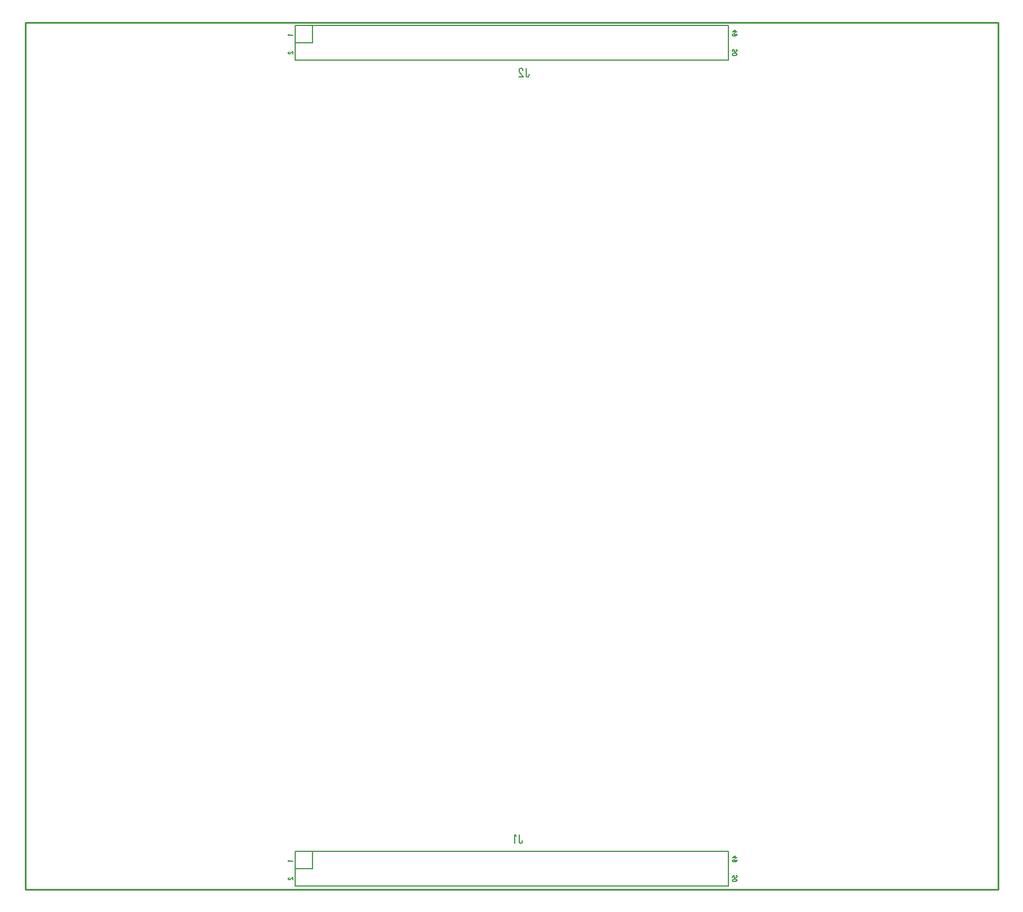
<source format=gbr>
*
*
G04 PADS Layout (Build Number 2005.266.2) generated Gerber (RS-274-X) file*
G04 PC Version=2.1*
*
%IN "module_AtoD2016_1031.pc"*%
*
%MOMM*%
*
%FSLAX35Y35*%
*
*
*
*
G04 PC Standard Apertures*
*
*
G04 Thermal Relief Aperture macro.*
%AMTER*
1,1,$1,0,0*
1,0,$1-$2,0,0*
21,0,$3,$4,0,0,45*
21,0,$3,$4,0,0,135*
%
*
*
G04 Annular Aperture macro.*
%AMANN*
1,1,$1,0,0*
1,0,$2,0,0*
%
*
*
G04 Odd Aperture macro.*
%AMODD*
1,1,$1,0,0*
1,0,$1-0.005,0,0*
%
*
*
G04 PC Custom Aperture Macros*
*
*
*
*
*
*
G04 PC Aperture Table*
*
%ADD012C,0.1524*%
%ADD058C,0.254*%
*
*
*
*
G04 PC Custom Flashes*
G04 Layer Name module_AtoD2016_1031.pc - flashes*
%LPD*%
*
*
G04 PC Circuitry*
G04 Layer Name module_AtoD2016_1031.pc - circuitry*
%LPD*%
*
G54D12*
G01X29355000Y13254000D02*
Y12746000D01*
X35705000*
Y13254000*
X29355000*
Y13000000D02*
X29609000D01*
Y13254000*
X29269275Y13127000D02*
X29266100Y13122382D01*
X29256575Y13115455*
X29256575D02*
X29323250D01*
X35765325Y12874732D02*
Y12897823D01*
X35793900Y12900132*
X35790725Y12897823*
X35787550Y12890895*
Y12883968*
X35790725Y12877041*
X35797075Y12872423*
X35806600Y12870114*
X35812950Y12872423*
X35822475Y12874732*
X35828825Y12879350*
X35832000Y12886277*
Y12893205*
X35832000D02*
X35828825Y12900132D01*
X35825650Y12902441*
X35819300Y12904750*
X35765325Y12835477D02*
X35768500Y12842405D01*
X35768500D02*
X35778025Y12847023D01*
X35793900Y12849332*
X35803425*
X35819300Y12847023*
X35828825Y12842405*
X35828825D02*
X35832000Y12835477D01*
Y12830859*
X35828825Y12823932*
X35819300Y12819314*
X35803425Y12817005*
X35803425D02*
X35793900D01*
X35793900D02*
X35778025Y12819314D01*
X35768500Y12823932*
X35765325Y12830859*
Y12835477*
Y13167409D02*
X35809775Y13190500D01*
Y13155864*
X35765325Y13167409D02*
X35832000D01*
X35787550Y13105064D02*
X35797075Y13107373D01*
X35803425Y13111991*
X35806600Y13118918*
Y13121227*
X35803425Y13128155*
X35803425D02*
X35797075Y13132773D01*
X35787550Y13135082*
X35784375*
X35774850Y13132773*
X35768500Y13128155*
X35768500D02*
X35765325Y13121227D01*
Y13118918*
X35768500Y13111991*
X35774850Y13107373*
X35787550Y13105064*
X35803425*
X35819300Y13107373*
X35828825Y13111991*
X35832000Y13118918*
Y13123536*
X35828825Y13130464*
X35822475Y13132773*
X29272450Y12870691D02*
X29269275D01*
X29262925Y12868382*
X29259750Y12866073*
X29256575Y12861455*
X29256575D02*
Y12852218D01*
X29259750Y12847600*
X29262925Y12845291*
X29269275Y12842982*
X29275625*
X29281975Y12845291*
X29291500Y12849909*
X29323250Y12873000*
Y12840673*
X29355000Y25354000D02*
Y24846000D01*
X35705000*
Y25354000*
X29355000*
Y25100000D02*
X29609000D01*
Y25354000*
X29269275Y25227000D02*
X29266100Y25222382D01*
X29256575Y25215455*
X29256575D02*
X29323250D01*
X35765325Y24974732D02*
Y24997823D01*
X35793900Y25000132*
X35790725Y24997823*
X35787550Y24990895*
Y24983968*
X35790725Y24977041*
X35797075Y24972423*
X35806600Y24970114*
X35812950Y24972423*
X35822475Y24974732*
X35828825Y24979350*
X35832000Y24986277*
Y24993205*
X35832000D02*
X35828825Y25000132D01*
X35825650Y25002441*
X35819300Y25004750*
X35765325Y24935477D02*
X35768500Y24942405D01*
X35768500D02*
X35778025Y24947023D01*
X35793900Y24949332*
X35803425*
X35819300Y24947023*
X35828825Y24942405*
X35828825D02*
X35832000Y24935477D01*
Y24930859*
X35828825Y24923932*
X35819300Y24919314*
X35803425Y24917005*
X35803425D02*
X35793900D01*
X35793900D02*
X35778025Y24919314D01*
X35768500Y24923932*
X35765325Y24930859*
Y24935477*
Y25267409D02*
X35809775Y25290500D01*
Y25255864*
X35765325Y25267409D02*
X35832000D01*
X35787550Y25205064D02*
X35797075Y25207373D01*
X35803425Y25211991*
X35806600Y25218918*
Y25221227*
X35803425Y25228155*
X35803425D02*
X35797075Y25232773D01*
X35787550Y25235082*
X35784375*
X35774850Y25232773*
X35768500Y25228155*
X35768500D02*
X35765325Y25221227D01*
Y25218918*
X35768500Y25211991*
X35774850Y25207373*
X35787550Y25205064*
X35803425*
X35819300Y25207373*
X35828825Y25211991*
X35832000Y25218918*
Y25223536*
X35828825Y25230464*
X35822475Y25232773*
X29272450Y24970691D02*
X29269275D01*
X29262925Y24968382*
X29259750Y24966073*
X29256575Y24961455*
X29256575D02*
Y24952218D01*
X29259750Y24947600*
X29262925Y24945291*
X29269275Y24942982*
X29275625*
X29281975Y24945291*
X29291500Y24949909*
X29323250Y24973000*
Y24940673*
X32639545Y13506250D02*
Y13406250D01*
X32644091Y13387500*
X32648636Y13381250*
X32657727Y13375000*
X32666818*
X32675909Y13381250*
X32680455Y13387500*
X32680455D02*
X32685000Y13406250D01*
Y13418750*
X32598636Y13481250D02*
X32589545Y13487500D01*
X32575909Y13506250*
Y13375000*
X32739545Y24731250D02*
Y24631250D01*
X32744091Y24612500*
X32748636Y24606250*
X32757727Y24600000*
X32766818*
X32775909Y24606250*
X32780454Y24612500*
X32780454D02*
X32785000Y24631250D01*
Y24643750*
X32694091Y24700000D02*
Y24706250D01*
X32689545Y24718750*
X32685000Y24725000*
X32675909Y24731250*
X32657727*
X32648636Y24725000*
X32644091Y24718750*
X32639545Y24706250*
Y24693750*
X32644091Y24681250*
X32653182Y24662500*
X32698636Y24600000*
X32635000*
G54D58*
X25400000Y12700000D02*
Y25400000D01*
X39660000*
Y12700000*
X25400000*
X0Y0D02*
M02*

</source>
